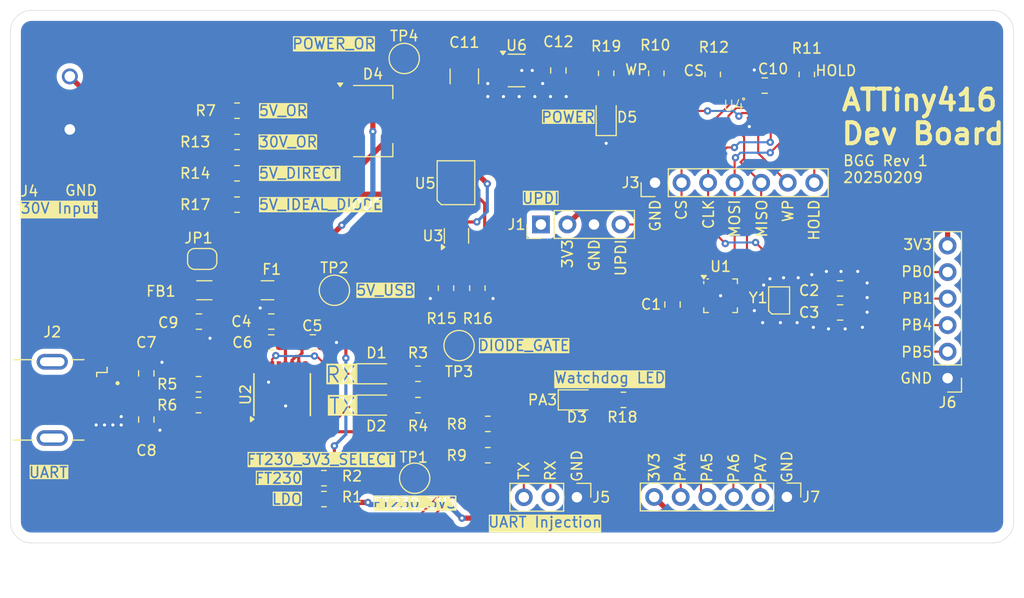
<source format=kicad_pcb>
(kicad_pcb (version 20240108) (generator "pcbnew") (generator_version "8.0")
  (layers (0 "F.Cu" signal) (31 "B.Cu" power) (34 "B.Paste" user) (35 "F.Paste" user) (36 "B.SilkS" user "B.Silkscreen") (37 "F.SilkS" user "F.Silkscreen") (38 "B.Mask" user) (39 "F.Mask" user) (44 "Edge.Cuts" user))
  (net 0 "")
  (net 1 "+3.3V")
  (net 2 "GND")
  (net 3 "/ATTiny416/TOSC2")
  (net 4 "/ATTiny416/TOSC1")
  (net 5 "+5V_USB")
  (net 6 "FT230_3V3OUT")
  (net 7 "/USB to UART Conversion/USB_D-")
  (net 8 "/USB to UART Conversion/USB_D+")
  (net 9 "Net-(J2-VCC)")
  (net 10 "/USB to UART Conversion/RX_LED")
  (net 11 "Net-(D1-A)")
  (net 12 "/USB to UART Conversion/TX_LED")
  (net 13 "Net-(D2-A)")
  (net 14 "Net-(D3-K)")
  (net 15 "Net-(D3-A)")
  (net 16 "Net-(D4-Pad3)")
  (net 17 "Net-(D4-Pad1)")
  (net 19 "Net-(JP1-B)")
  (net 26 "ATTiny416_SPI_MOSI")
  (net 27 "ATTiny416_SPI_CLK")
  (net 28 "Net-(J3-Pin_6)")
  (net 29 "Net-(J3-Pin_7)")
  (net 30 "ATTiny416_SPI_SS")
  (net 31 "ATTiny416_SPI_MISO")
  (net 32 "+30V")
  (net 33 "ATTiny416_UART_RX")
  (net 34 "ATTiny416_UART_TX")
  (net 35 "ATTiny416_PB0")
  (net 36 "ATTiny416_PB1")
  (net 37 "ATTiny416_PB4")
  (net 38 "ATTiny416_PA7")
  (net 39 "ATTiny416_PA4")
  (net 40 "ATTiny416_PA5")
  (net 41 "ATTiny416_PA6")
  (net 42 "FT230_VCCIO_SOURCE")
  (net 43 "/USB to UART Conversion/USB_D_TERM-")
  (net 44 "/USB to UART Conversion/USB_D_TERM+")
  (net 45 "Net-(U2-TXD)")
  (net 46 "Net-(U2-RXD)")
  (net 47 "Net-(U3-REF)")
  (net 48 "Net-(U3-BIAS)")
  (net 56 "/Power/IDEAL_CATHODE")
  (net 57 "/Power/IDEAL_ANODE")
  (net 58 "/ATTiny416/UPDI")
  (net 59 "ATTiny416_PB5")
  (net 60 "Net-(D5-A)")
  (footprint "GMSB0530112C1HR:AMPHENOL_GMSB0530112C1HR" (layer "F.Cu") (at 114.0425 107.2745 -90)
    (property "Reference" "J2")
    (property "Value" "GMSB0530112C1HR")
  )
  (footprint "Connector_PinHeader_2.54mm:PinHeader_1x03_P2.54mm_Vertical" (layer "F.Cu") (at 164.25 116.5995 -90)
    (property "Reference" "J5")
    (property "Value" "UART Pin Header")
  )
  (footprint "Capacitor_SMD:C_0805_2012Metric_Pad1.18x1.45mm_HandSolder" (layer "F.Cu") (at 173.4 98.137 90)
    (property "Reference" "C1")
    (property "Value" "100n")
  )
  (footprint "Package_DFN_QFN:VQFN-20-1EP_3x3mm_P0.4mm_EP1.7x1.7mm" (layer "F.Cu") (at 178 97.2995)
    (property "Reference" "U1")
    (property "Value" "ATtiny416-M")
  )
  (footprint "Capacitor_SMD:C_0805_2012Metric_Pad1.18x1.45mm_HandSolder" (layer "F.Cu") (at 123.0425 104.737 90)
    (property "Reference" "C7")
    (property "Value" "47p")
  )
  (footprint "Capacitor_SMD:C_0805_2012Metric_Pad1.18x1.45mm_HandSolder" (layer "F.Cu") (at 135.005 99.7745 180)
    (property "Reference" "C4")
    (property "Value" "4.7u")
  )
  (footprint "Diode_SMD:D_0805_2012Metric_Pad1.15x1.40mm_HandSolder" (layer "F.Cu") (at 145.0425 104.7745)
    (property "Reference" "D1")
    (property "Value" "ORANGE")
  )
  (footprint "DMP6110SVT:DMP6110SVT" (layer "F.Cu") (at 152.675 86.475)
    (property "Reference" "U5")
    (property "Value" "DMP6110SVT")
  )
  (footprint "Connector_PinHeader_2.54mm:PinHeader_1x07_P2.54mm_Vertical" (layer "F.Cu") (at 171.725 86.4745 90)
    (property "Reference" "J3")
    (property "Value" "SPI Debug")
  )
  (footprint "Resistor_SMD:R_0805_2012Metric_Pad1.20x1.40mm_HandSolder" (layer "F.Cu") (at 131.725 82.5745 180)
    (property "Reference" "R13")
    (property "Value" "0R")
  )
  (footprint "Capacitor_SMD:C_1210_3225Metric_Pad1.33x2.70mm_HandSolder" (layer "F.Cu") (at 153.475 76.287 90)
    (property "Reference" "C11")
    (property "Value" "10u")
  )
  (footprint "Resistor_SMD:R_0805_2012Metric_Pad1.20x1.40mm_HandSolder" (layer "F.Cu") (at 149.0425 104.7745)
    (property "Reference" "R3")
    (property "Value" "500R")
  )
  (footprint "Package_TO_SOT_SMD:SOT-223" (layer "F.Cu") (at 144.725 80.5745)
    (property "Reference" "D4")
    (property "Value" "BAT160C")
  )
  (footprint "Resistor_SMD:R_0805_2012Metric_Pad1.20x1.40mm_HandSolder" (layer "F.Cu") (at 171.85 75.9995 -90)
    (property "Reference" "R10")
    (property "Value" "4.7kR")
  )
  (footprint "Capacitor_SMD:C_0805_2012Metric_Pad1.18x1.45mm_HandSolder" (layer "F.Cu") (at 123.0425 109.162 -90)
    (property "Reference" "C8")
    (property "Value" "47p")
  )
  (footprint "Package_SO:SSOP-16_3.9x4.9mm_P0.635mm" (layer "F.Cu") (at 136.0425 106.7745 90)
    (property "Reference" "U2")
    (property "Value" "FT230XS")
  )
  (footprint "Resistor_SMD:R_0805_2012Metric_Pad1.20x1.40mm_HandSolder" (layer "F.Cu") (at 167.05 75.9995 90)
    (property "Reference" "R19")
    (property "Value" "500R")
  )
  (footprint "Connector_PinHeader_2.54mm:PinHeader_1x04_P2.54mm_Vertical" (layer "F.Cu") (at 160.805 90.4745 90)
    (property "Reference" "J1")
    (property "Value" "UPDI Header")
  )
  (footprint "Capacitor_SMD:C_0805_2012Metric_Pad1.18x1.45mm_HandSolder" (layer "F.Cu") (at 189.4375 98.8995)
    (property "Reference" "C3")
    (property "Value" "8.5p")
  )
  (footprint "Fuse:Fuse_1206_3216Metric" (layer "F.Cu") (at 134.6425 96.7745 180)
    (property "Reference" "F1")
    (property "Value" "1206L025YR")
  )
  (footprint "Resistor_SMD:R_0805_2012Metric_Pad1.20x1.40mm_HandSolder" (layer "F.Cu") (at 177.25 76.0995 -90)
    (property "Reference" "R12")
    (property "Value" "4.7kR")
  )
  (footprint "Resistor_SMD:R_0805_2012Metric_Pad1.20x1.40mm_HandSolder" (layer "F.Cu") (at 131.725 88.5745)
    (property "Reference" "R17")
    (property "Value" "0R")
  )
  (footprint "NX1610SE:NX1610SE" (layer "F.Cu") (at 183.6 97.7495)
    (property "Reference" "Y1")
    (property "Value" "32.768 kHz")
  )
  (footprint "Diode_SMD:D_0805_2012Metric_Pad1.15x1.40mm_HandSolder" (layer "F.Cu") (at 167.05 80.0995 90)
    (property "Reference" "D5")
    (property "Value" "ORANGE")
  )
  (footprint "TestPoint:TestPoint_Pad_D2.5mm" (layer "F.Cu") (at 141.0425 96.7745)
    (property "Reference" "TP2")
    (property "Value" "TestPoint")
  )
  (footprint "Resistor_SMD:R_0805_2012Metric_Pad1.20x1.40mm_HandSolder" (layer "F.Cu") (at 168.7 107.2745)
    (property "Reference" "R18")
    (property "Value" "500R")
  )
  (footprint "Capacitor_SMD:C_0805_2012Metric_Pad1.18x1.45mm_HandSolder" (layer "F.Cu") (at 135.005 101.7745 180)
    (property "Reference" "C6")
    (property "Value" "100n")
  )
  (footprint "Capacitor_SMD:C_0805_2012Metric_Pad1.18x1.45mm_HandSolder" (layer "F.Cu") (at 162.475 75.7245 90)
    (property "Reference" "C12")
    (property "Value" "4.7u")
  )
  (footprint "Resistor_SMD:R_0805_2012Metric_Pad1.20x1.40mm_HandSolder" (layer "F.Cu") (at 131.725 79.5745)
    (property "Reference" "R7")
    (property "Value" "DNP")
  )
  (footprint "Capacitor_SMD:C_0805_2012Metric_Pad1.18x1.45mm_HandSolder" (layer "F.Cu") (at 182.225 77.1745 180)
    (property "Reference" "C10")
    (property "Value" "4.7u")
  )
  (footprint "Resistor_SMD:R_0805_2012Metric_Pad1.20x1.40mm_HandSolder" (layer "F.Cu") (at 155.725 112.5745)
    (property "Reference" "R9")
    (property "Value" "0R")
  )
  (footprint "Resistor_SMD:R_0805_2012Metric_Pad1.20x1.40mm_HandSolder" (layer "F.Cu") (at 186.25 76.0995 -90)
    (property "Reference" "R11")
    (property "Value" "4.7kR")
  )
  (footprint "Resistor_SMD:R_0805_2012Metric_Pad1.20x1.40mm_HandSolder" (layer "F.Cu") (at 155.725 109.5745)
    (property "Reference" "R8")
    (property "Value" "0R")
  )
  (footprint "Resistor_SMD:R_0805_2012Metric_Pad1.20x1.40mm_HandSolder" (layer "F.Cu") (at 128.0425 105.7745)
    (property "Reference" "R5")
    (property "Value" "27R")
  )
  (footprint "Package_TO_SOT_SMD:SOT-23-5" (layer "F.Cu") (at 158.475 75.7245)
    (property "Reference" "U6")
    (property "Value" "TPS7B6933DBVR")
  )
  (footprint "TestPoint:TestPoint_Pad_D2.5mm" (layer "F.Cu") (at 152.975 102.0745)
    (property "Reference" "TP3")
    (property "Value" "TestPoint")
  )
  (footprint "Resistor_SMD:R_0805_2012Metric_Pad1.20x1.40mm_HandSolder" (layer "F.Cu") (at 140.0425 116.7745 180)
    (property "Reference" "R1")
    (property "Value" "0R")
  )
  (footprint "Two_Position_Screw_Terinal:Two_Position_Screw_Terminal" (layer "F.Cu") (at 115.725 81.3745 90)
    (property "Reference" "J4")
    (property "Value" "30V Input")
  )
  (footprint "Jumper:SolderJumper-2_P1.3mm_Open_RoundedPad1.0x1.5mm" (layer "F.Cu") (at 128.3925 93.7745)
    (property "Reference" "JP1")
    (property "Value" "~")
  )
  (footprint "W25X20CLUXIG TR:W25X20CLUXIG TR" (layer "F.Cu") (at 182.1985 79.551)
    (property "Reference" "U4")
    (property "Value" "W25X20CLUXIG_TR")
  )
  (footprint "Connector_PinHeader_2.54mm:PinHeader_1x06_P2.54mm_Vertical" (layer "F.Cu") (at 199.725 105.1945 180)
    (property "Reference" "J6")
    (property "Value" "GPIO2")
  )
  (footprint "Resistor_SMD:R_0805_2012Metric_Pad1.20x1.40mm_HandSolder" (layer "F.Cu") (at 131.725 85.5745)
    (property "Reference" "R14")
    (property "Value" "DNP")
  )
  (footprint "Package_TO_SOT_SMD:SOT-363_SC-70-6_Handsoldering" (layer "F.Cu") (at 152.7255 91.5645 90)
    (property "Reference" "U3")
    (property "Value" "DZDH0401DW-7")
  )
  (footprint "Diode_SMD:D_0805_2012Metric_Pad1.15x1.40mm_HandSolder" (layer "F.Cu") (at 164.325 107.2745)
    (property "Reference" "D3")
    (property "Value" "ORANGE")
  )
  (footprint "TestPoint:TestPoint_Pad_D2.5mm" (layer "F.Cu") (at 148.725 114.7745)
    (property "Reference" "TP1")
    (property "Value" "TestPoint")
  )
  (footprint "Capacitor_SMD:C_0805_2012Metric_Pad1.18x1.45mm_HandSolder" (layer "F.Cu") (at 128.08 99.7745)
    (property "Reference" "C9")
    (property "Value" "10n")
  )
  (footprint "Diode_SMD:D_0805_2012Metric_Pad1.15x1.40mm_HandSolder" (layer "F.Cu") (at 145.0425 107.7745)
    (property "Reference" "D2")
    (property "Value" "ORANGE")
  )
  (footprint "Resistor_SMD:R_0805_2012Metric_Pad1.20x1.40mm_HandSolder" (layer "F.Cu") (at 151.7255 96.5645 -90)
    (property "Reference" "R15")
    (property "Value" "100kR")
  )
  (footprint "TestPoint:TestPoint_Pad_D2.5mm" (layer "F.Cu") (at 147.725 74.5745)
    (property "Reference" "TP4")
    (property "Value" "TestPoint")
  )
  (footprint "Resistor_SMD:R_0805_2012Metric_Pad1.20x1.40mm_HandSolder" (layer "F.Cu") (at 154.7255 96.5645 -90)
    (property "Reference" "R16")
    (property "Value" "100kR")
  )
  (footprint "Connector_PinHeader_2.54mm:PinHeader_1x06_P2.54mm_Vertical" (layer "F.Cu") (at 184.345 116.5745 -90)
    (property "Reference" "J7")
    (property "Value" "GPIO1")
  )
  (footprint "Capacitor_SMD:C_0805_2012Metric_Pad1.18x1.45mm_HandSolder" (layer "F.Cu") (at 138.98 101.7745)
    (property "Reference" "C5")
    (property "Value" "100n")
  )
  (footprint "Capacitor_SMD:C_0805_2012Metric_Pad1.18x1.45mm_HandSolder" (layer "F.Cu") (at 189.4375 96.5995)
    (property "Reference" "C2")
    (property "Value" "8.5p")
  )
  (footprint "Resistor_SMD:R_0805_2012Metric_Pad1.20x1.40mm_HandSolder" (layer "F.Cu") (at 149.0425 107.7745)
    (property "Reference" "R4")
    (property "Value" "500R")
  )
  (footprint "Resistor_SMD:R_0805_2012Metric_Pad1.20x1.40mm_HandSolder" (layer "F.Cu") (at 128.0425 107.7745)
    (property "Reference" "R6")
    (property "Value" "27R")
  )
  (footprint "Resistor_SMD:R_1206_3216Metric_Pad1.30x1.75mm_HandSolder" (layer "F.Cu") (at 128.5925 96.7745 180)
    (property "Reference" "FB1")
    (property "Value" "100R")
  )
  (footprint "Resistor_SMD:R_0805_2012Metric_Pad1.20x1.40mm_HandSolder" (layer "F.Cu") (at 140.0425 114.7745 180)
    (property "Reference" "R2")
    (property "Value" "DNP")
  )
  (gr_arc (start 112.0425 120.9745) (mid 110.628286 120.388714) (end 110.0425 118.9745) (stroke (width 0.05)) (layer "Edge.Cuts"))
  (gr_arc (start 110.0425 71.9745) (mid 110.628286 70.560286) (end 112.0425 69.9745) (stroke (width 0.05)) (layer "Edge.Cuts"))
  (gr_arc (start 204.0425 69.9745) (mid 205.456714 70.560286) (end 206.0425 71.9745) (stroke (width 0.05)) (layer "Edge.Cuts"))
  (gr_arc (start 206.0425 118.9745) (mid 205.456714 120.388714) (end 204.0425 120.9745) (stroke (width 0.05)) (layer "Edge.Cuts"))
  (gr_line (start 204.0425 120.9745) (end 112.0425 120.9745) (stroke (width 0.05)) (layer "Edge.Cuts"))
  (gr_line (start 112.0425 69.9745) (end 204.0425 69.9745) (stroke (width 0.05)) (layer "Edge.Cuts"))
  (gr_line (start 110.0425 118.9745) (end 110.0425 71.9745) (stroke (width 0.05)) (layer "Edge.Cuts"))
  (gr_line (start 206.0425 71.9745) (end 206.0425 118.9745) (stroke (width 0.05)) (layer "Edge.Cuts"))
  (gr_text "TX" (at 159.17 114.0595 90) (layer "F.SilkS") (effects (font (size 1 1))))
  (gr_text "5V_IDEAL_DIODE" (at 133.725 88.5745 0) (layer "F.SilkS" knockout) (effects (font (size 1 1)) (justify left)))
  (gr_text "PB5" (at 198.35 102.6995 0) (layer "F.SilkS") (effects (font (size 1 1)) (justify right)))
  (gr_text "30V_OR" (at 133.725 82.5745 0) (layer "F.SilkS" knockout) (effects (font (size 1 1)) (justify left)))
  (gr_text "PB4" (at 198.35 100.0995 0) (layer "F.SilkS") (effects (font (size 1 1)) (justify right)))
  (gr_text "MOSI" (at 179.35 87.9995 90) (layer "F.SilkS") (effects (font (size 1 1)) (justify right)))
  (gr_text "3V3" (at 171.65 115.1995 90) (layer "F.SilkS") (effects (font (size 1 1)) (justify left)))
  (gr_text "RX" (at 143.1825 105.7345 0) (layer "F.SilkS" knockout) (effects (font (size 1.5 1.5)) (justify right bottom)))
  (gr_text "TX" (at 143.1825 108.7345 0) (layer "F.SilkS" knockout) (effects (font (size 1.5 1.5)) (justify right bottom)))
  (gr_text "UART Injection" (at 166.725 119.5745 0) (layer "F.SilkS" knockout) (effects (font (size 1 1)) (justify right bottom)))
  (gr_text "Watchdog LED" (at 162.025 105.1745 0) (layer "F.SilkS" knockout) (effects (font (size 1 1)) (justify left)))
  (gr_text "UART" (at 111.725 114.225 0) (layer "F.SilkS" knockout) (effects (font (size 1 1)) (justify left)))
  (gr_text "UPDI\n" (at 158.925 87.9745 0) (layer "F.SilkS" knockout) (effects (font (size 1 1)) (justify left)))
  (gr_text "PA4" (at 174.15 115.1995 90) (layer "F.SilkS") (effects (font (size 1 1)) (justify left)))
  (gr_text "ATTiny416 \nDev Board" (at 189.39 82.9495 0) (layer "F.SilkS") (effects (font (size 2 2) (thickness 0.4) (bold yes)) (justify left bottom)))
  (gr_text "5V_DIRECT" (at 133.725 85.5745 0) (layer "F.SilkS" knockout) (effects (font (size 1 1)) (justify left)))
  (gr_text "DIODE_GATE" (at 154.725 102.0745 0) (layer "F.SilkS" knockout) (effects (font (size 1 1)) (justify left)))
  (gr_text "GND" (at 164.25 113.5995 90) (layer "F.SilkS") (effects (font (size 1 1))))
  (gr_text "GND" (at 115.18 87.7995 0) (layer "F.SilkS") (effects (font (size 1 1)) (justify left bottom)))
  (gr_text "3V3" (at 163.35 91.7995 90) (layer "F.SilkS") (effects (font (size 1 1)) (justify right)))
  (gr_text "MISO" (at 181.95 87.9995 90) (layer "F.SilkS") (effects (font (size 1 1)) (justify right)))
  (gr_text "PA6" (at 179.25 115.2995 90) (layer "F.SilkS") (effects (font (size 1 1)) (justify left)))
  (gr_text "GND" (at 198.35 105.1995 0) (layer "F.SilkS") (effects (font (size 1 1)) (justify right)))
  (gr_text "PB1" (at 198.395 97.5445 0) (layer "F.SilkS") (effects (font (size 1 1)) (justify right)))
  (gr_text "WP" (at 184.45 87.9995 90) (layer "F.SilkS") (effects (font (size 1 1)) (justify right)))
  (gr_text "PA5" (at 176.695 115.2445 90) (layer "F.SilkS") (effects (font (size 1 1)) (justify left)))
  (gr_text "POWER" (at 166.05 80.1995 0) (layer "F.SilkS" knockout) (effects (font (size 1 1)) (justify right)))
  (gr_text "RX" (at 161.71 114.0595 90) (layer "F.SilkS") (effects (font (size 1 1))))
  (gr_text "3V3" (at 198.35 92.3995 0) (layer "F.SilkS") (effects (font (size 1 1)) (justify right)))
  (gr_text "PA3" (at 162.465 107.2745 0) (layer "F.SilkS") (effects (font (size 1 1)) (justify right)))
  (gr_text "CS" (at 176.515 76.326564 0) (layer "F.SilkS") (effects (font (size 1 1)) (justify right bottom)))
  (gr_text "30V Input" (at 110.925 88.925 0) (layer "F.SilkS" knockout) (effects (font (size 1 1)) (justify left)))
  (gr_text "BGG Rev 1 \n20250209" (at 189.64 86.5695 0) (layer "F.SilkS") (effects (font (size 1 1)) (justify left bottom)))
  (gr_text "FT230_3V3_SELECT" (at 139.725 113.5745 0) (layer "F.SilkS" knockout) (effects (font (size 1 1)) (justify bottom)))
  (gr_text "FT230_3V3" (at 148.725 116.5745 0) (layer "F.SilkS" knockout) (effects (font (size 1 1)) (justify top)))
  (gr_text "WP" (at 171.115 76.226564 0) (layer "F.SilkS") (effects (font (size 1 1)) (justify right bottom)))
  (gr_text "CS" (at 174.25 87.9995 90) (layer "F.SilkS") (effects (font (size 1 1)) (justify right)))
  (gr_text "HOLD" (at 186.985 76.326564 0) (layer "F.SilkS") (effects (font (size 1 1)) (justify left bottom)))
  (gr_text "FT230" (at 138.0425 115.3745 0) (layer "F.SilkS" knockout) (effects (font (size 1 1)) (justify right bottom)))
  (gr_text "LDO" (at 138.0425 117.3745 0) (layer "F.SilkS" knockout) (effects (font (size 1 1)) (justify right bottom)))
  (gr_text "UPDI" (at 168.45 91.7995 90) (layer "F.SilkS") (effects (font (size 1 1)) (justify right)))
  (gr_text "PA7" (at 181.85 115.2995 90) (layer "F.SilkS") (effects (font (size 1 1)) (justify left)))
  (gr_text "GND" (at 171.75 87.9995 90) (layer "F.SilkS") (effects (font (size 1 1)) (justify right)))
  (gr_text "PB0" (at 198.35 94.9995 0) (layer "F.SilkS") (effects (font (size 1 1)) (justify right)))
  (gr_text "POWER_OR" (at 136.925 73.1745 0) (layer "F.SilkS" knockout) (effects (font (size 1 1)) (justify left)))
  (gr_text "HOLD" (at 186.95 87.9995 90) (layer "F.SilkS") (effects (font (size 1 1)) (justify right)))
  (gr_text "GND" (at 165.915 91.8045 90) (layer "F.SilkS") (effects (font (size 1 1)) (justify right)))
  (gr_text "GND" (at 184.35 115.2995 90) (layer "F.SilkS") (effects (font (size 1 1)) (justify left)))
  (gr_text "5V_USB" (at 143.0425 96.7745 0) (layer "F.SilkS" knockout) (effects (font (size 1 1)) (justify left)))
  (gr_text "5V_OR" (at 133.725 79.5745 0) (layer "F.SilkS" knockout) (effects (font (size 1 1)) (justify left)))
  (gr_text "CLK" (at 176.85 87.9995 90) (layer "F.SilkS") (effects (font (size 1 1)) (justify right)))
  (segment (start 199.725 88.5745) (end 203.25 92.0995) (width 0.5) (layer "F.Cu") (net 1))
  (segment (start 199.725 88.5745) (end 199.725 92.4945) (width 0.5) (layer "F.Cu") (net 1))
  (segment (start 162.475 74.687) (end 183.25 74.687) (width 0.5) (layer "F.Cu") (net 1))
  (segment (start 168.75 113.0995) (end 169.7 112.1495) (width 0.5) (layer "F.Cu") (net 1))
  (segment (start 173.4 99.1745) (end 174.875 97.6995) (width 0.2) (layer "F.Cu") (net 1))
  (segment (start 171.75 108.0495) (end 171.75 100.8245) (width 0.5) (layer "F.Cu") (net 1))
  (segment (start 173.75 118.5995) (end 169.25 118.5995) (width 0.5) (layer "F.Cu") (net 1))
  (segment (start 183.25 74.687) (end 183.25 75.5995) (width 0.5) (layer "F.Cu") (net 1))
  (segment (start 141.3675 117.0995) (end 141.0425 116.7745) (width 0.5) (layer "F.Cu") (net 1))
  (segment (start 169.7 110.0995) (end 171.75 108.0495) (width 0.5) (layer "F.Cu") (net 1))
  (segment (start 163.345 90.4745) (end 164.725 89.0945) (width 0.5) (layer "F.Cu") (net 1))
  (segment (start 203.25 92.0995) (end 203.25 107.0995) (width 0.5) (layer "F.Cu") (net 1))
  (segment (start 188.8375 74.687) (end 199.725 85.5745) (width 0.5) (layer "F.Cu") (net 1))
  (segment (start 173.75 118.5995) (end 173.67 118.5995) (width 0.5) (layer "F.Cu") (net 1))
  (segment (start 173.67 118.5995) (end 171.645 116.5745) (width 0.5) (layer "F.Cu") (net 1))
  (segment (start 171.75 100.8245) (end 173.4 99.1745) (width 0.5) (layer "F.Cu") (net 1))
  (segment (start 144.25 117.0995) (end 141.3675 117.0995) (width 0.5) (layer "F.Cu") (net 1))
  (segment (start 183.2625 75.612) (end 183.2625 77.1745) (width 0.5) (layer "F.Cu") (net 1))
  (segment (start 183.2625 78.565) (end 183.4985 78.801) (width 0.3) (layer "F.Cu") (net 1))
  (segment (start 203.25 107.0995) (end 191.75 118.5995) (width 0.5) (layer "F.Cu") (net 1))
  (segment (start 174.875 97.6995) (end 176.55 97.6995) (width 0.2) (layer "F.Cu") (net 1))
  (segment (start 164.725 89.0945) (end 164.725 76.937) (width 0.5) (layer "F.Cu") (net 1))
  (segment (start 169.25 118.5995) (end 168.75 118.0995) (width 0.5) (layer "F.Cu") (net 1))
  (segment (start 169.7 112.1495) (end 169.7 110.0995) (width 0.5) (layer "F.Cu") (net 1))
  (segment (start 169.7 110.0995) (end 169.7 107.2745) (width 0.5) (layer "F.Cu") (net 1))
  (segment (start 191.75 118.5995) (end 173.75 118.5995) (width 0.5) (layer "F.Cu") (net 1))
  (segment (start 183.25 74.687) (end 188.8375 74.687) (width 0.5) (layer "F.Cu") (net 1))
  (segment (start 168.75 118.0995) (end 168.75 113.0995) (width 0.5) (layer "F.Cu") (net 1))
  (segment (start 183.25 75.5995) (end 183.2625 75.612) (width 0.5) (layer "F.Cu") (net 1))
  (segment (start 164.725 76.937) (end 162.475 74.687) (width 0.5) (layer "F.Cu") (net 1))
  (segment (start 183.2625 77.1745) (end 183.2625 78.565) (width 0.3) (layer "F.Cu") (net 1))
  (segment (start 153.25 118.5995) (end 169.25 118.5995) (width 0.5) (layer "F.Cu") (net 1))
  (segment (start 173.4 99.1745) (end 174.025 99.1745) (width 0.15) (layer "F.Cu") (net 1))
  (segment (start 199.725 85.5745) (end 199.725 88.5745) (width 0.5) (layer "F.Cu") (net 1))
  (via (at 153.25 118.5995) (size 0.7) (drill 0.3) (layers "F.Cu" "B.Cu") (net 1))
  (via (at 144.25 117.0995) (size 0.7) (drill 0.3) (layers "F.Cu" "B.Cu") (net 1))
  (segment (start 153.25 118.5995) (end 151.95 117.2995) (width 0.5) (layer "B.Cu") (net 1))
  (segment (start 151.95 117.2995) (end 144.45 117.2995) (width 0.5) (layer "B.Cu") (net 1))
  (segment (start 144.45 117.2995) (end 144.25 117.0995) (width 0.5) (layer "B.Cu") (net 1))
  (segment (start 181.1875 75.712) (end 181.225 75.6745) (width 0.3) (layer "F.Cu") (net 2))
  (segment (start 123.0425 110.1995) (end 124.3175 110.1995) (width 0.3) (layer "F.Cu") (net 2))
  (segment (start 190.475 98.8995) (end 192 98.8995) (width 0.2) (layer "F.Cu") (net 2))
  (segment (start 191.325 94.9745) (end 191.125 94.9745) (width 0.5) (layer "F.Cu") (net 2))
  (segment (start 136.36 107.8695) (end 136.375 107.8545) (width 0.3) (layer "F.Cu") (net 2))
  (segment (start 156.225 97.5645) (end 154.7255 97.5645) (width 0.3) (layer "F.Cu") (net 2))
  (segment (start 129.1175 99.7745) (end 129.1175 101.3495) (width 0.3) (layer "F.Cu") (net 2))
  (segment (start 181.925 99.8745) (end 182.025 99.8745) (width 0.5) (layer "F.Cu") (net 2))
  (segment (start 181.1875 77.1745) (end 181.1875 75.712) (width 0.3) (layer "F.Cu") (net 2))
  (segment (start 180.75 81.0995) (end 180.8985 80.951) (width 0.2) (layer "F.Cu") (net 2))
  (segment (start 181.23 99.1795) (end 181.925 99.8745) (width 0.5) (layer "F.Cu") (net 2))
  (segment (start 124.3175 110.1995) (end 124.3425 110.1745) (width 0.3) (layer "F.Cu") (net 2))
  (segment (start 140.0175 101.7745) (end 141.2425 101.7745) (width 0.3) (layer "F.Cu") (net 2))
  (segment (start 191.425 100.4745) (end 191.575 100.3245) (width 0.5) (layer "F.Cu") (net 2))
  (segment (start 133.9675 99.7745) (end 133.9675 98.4995) (width 0.5) (layer "F.Cu") (net 2))
  (segment (start 190.475 96.5995) (end 192.025 96.5995) (width 0.2) (layer "F.Cu") (net 2))
  (segment (start 173.6 97.2995) (end 176.55 97.2995) (width 0.2) (layer "F.Cu") (net 2))
  (segment (start 192.025 99.8745) (end 192.025 98.8745) (width 0.5) (layer "F.Cu") (net 2))
  (segment (start 187.425 94.9745) (end 187.025 94.9745) (width 0.5) (layer "F.Cu") (net 2))
  (segment (start 185.325 99.8745) (end 186.425 99.8745) (width 0.5) (layer "F.Cu") (net 2))
  (segment (start 186.875 100.3245) (end 187.025 100.4745) (width 0.5) (layer "F.Cu") (net 2))
  (segment (start 191.575 100.3245) (end 192.025 99.8745) (width 0.5) (layer "F.Cu") (net 2))
  (segment (start 187.025 100.4745) (end 187.925 100.4745) (width 0.5) (layer "F.Cu") (net 2))
  (segment (start 133.9675 101.7745) (end 133.9675 99.7745) (width 0.5) (layer "F.Cu") (net 2))
  (segment (start 123.0425 103.6995) (end 124.5175 103.6995) (width 0.3) (layer "F.Cu") (net 2))
  (segment (start 186.725 95.2745) (end 186.425 95.5745) (width 0.5) (layer "F.Cu") (net 2))
  (segment (start 124.5175 103.6995) (end 124.5425 103.6745) (width 0.3) (layer "F.Cu") (net 2))
  (segment (start 192.025 98.8745) (end 192.025 97.4745) (width 0.5) (layer "F.Cu") (net 2))
  (segment (start 180.8985 80.951) (end 180.8985 80.301) (width 0.2) (layer "F.Cu") (net 2))
  (segment (start 135.725 104.1745) (end 135.725 105.0745) (width 0.3) (layer "F.Cu") (net 2))
  (segment (start 173.4 97.0995) (end 173.6 97.2995) (width 0.2) (layer "F.Cu") (net 2))
  (segment (start 135.725 105.0745) (end 135.225 105.5745) (width 0.3) (layer "F.Cu") (net 2))
  (segment (start 189.925 100.4745) (end 191.425 100.4745) (width 0.5) (layer "F.Cu") (net 2))
  (segment (start 191.625 95.2745) (end 191.325 94.9745) (width 0.5) (layer "F.Cu") (net 2))
  (segment (start 192.025 96.0745) (end 192.025 95.6745) (width 0.5) (layer "F.Cu") (net 2))
  (segment (start 167.05 81.1245) (end 167.05 82.6995) (width 0.3) (layer "F.Cu") (net 2))
  (segment (start 192.025 95.6745) (end 191.625 95.2745) (width 0.5) (layer "F.Cu") (net 2))
  (segment (start 192 98.8995) (end 192.025 98.8745) (width 0.2) (layer "F.Cu") (net 2))
  (segment (start 150.225 97.5645) (end 151.7255 97.5645) (width 0.3) (layer "F.Cu") (net 2))
  (segment (start 182.725 95.6745) (end 182.125 96.2745) (width 0.5) (layer "F.Cu") (net 2))
  (segment (start 185.425 95.5745) (end 184.025 95.5745) (width 0.5) (layer "F.Cu") (net 2))
  (segment (start 176.55 97.2995) (end 178 97.2995) (width 0.2) (layer "F.Cu") (net 2))
  (segment (start 133.9675 98.4995) (end 133.9425 98.4745) (width 0.5) (layer "F.Cu") (net 2))
  (segment (start 181.23 98.7245) (end 181.23 99.1795) (width 0.5) (layer "F.Cu") (net 2))
  (segment (start 188.325 100.4745) (end 189.925 100.4745) (width 0.5) (layer "F.Cu") (net 2))
  (segment (start 188.125 94.9745) (end 187.425 94.9745) (width 0.5) (layer "F.Cu") (net 2))
  (segment (start 192.025 96.5995) (end 192.025 96.0745) (width 0.5) (layer "F.Cu") (net 2))
  (segment (start 191.125 94.9745) (end 189.525 94.9745) (width 0.5) (layer "F.Cu") (net 2))
  (segment (start 184.025 95.5745) (end 182.825 95.5745) (width 0.5) (layer "F.Cu") (net 2))
  (segment (start 182.825 95.5745) (end 182.725 95.6745) (width 0.5) (layer "F.Cu") (net 2))
  (segment (start 189.525 94.9745) (end 188.125 94.9745) (width 0.5) (layer "F.Cu") (net 2))
  (segment (start 186.425 99.8745) (end 186.875 100.3245) (width 0.5) (layer "F.Cu") (net 2))
  (segment (start 129.1175 101.3495) (end 129.1425 101.3745) (width 0.3) (layer "F.Cu") (net 2))
  (segment (start 187.925 100.4745) (end 188.325 100.4745) (width 0.5) (layer "F.Cu") (net 2))
  (segment (start 186.425 95.5745) (end 185.425 95.5745) (width 0.5) (layer "F.Cu") (net 2))
  (segment (start 135.225 105.5745) (end 134.7425 105.5745) (width 0.3) (layer "F.Cu") (net 2))
  (segment (start 187.025 94.9745) (end 186.725 95.2745) (width 0.5) (layer "F.Cu") (net 2))
  (segment (start 192.025 97.4745) (end 192.025 96.5995) (width 0.5) (layer "F.Cu") (net 2))
  (segment (start 136.36 109.3745) (end 136.36 107.8695) (width 0.3) (layer "F.Cu") (net 2))
  (segment (start 183.725 99.8745) (end 185.325 99.8745) (width 0.5) (layer "F.Cu") (net 2))
  (segment (start 182.025 99.8745) (end 183.725 99.8745) (width 0.5) (layer "F.Cu") (net 2))
  (via (at 192.025 97.4745) (size 0.7) (drill 0.3) (layers "F.Cu" "B.Cu") (net 2))
  (via (at 181.225 75.6745) (size 0.7) (drill 0.3) (layers "F.Cu" "B.Cu") (net 2))
  (via (at 119.0425 109.6745) (size 0.7) (drill 0.3) (layers "F.Cu" "B.Cu") (net 2))
  (via (at 129.1425 101.3745) (size 0.7) (drill 0.3) (layers "F.Cu" "B.Cu") (net 2))
  (via (at 191.575 100.3245) (size 0.7) (drill 0.3) (layers "F.Cu" "B.Cu") (net 2))
  (via (at 192.025 98.8745) (size 0.7) (drill 0.3) (layers "F.Cu" "B.Cu") (net 2))
  (via (at 158.725 78.2245) (size 0.7) (drill 0.3) (layers "F.Cu" "B.Cu") (net 2))
  (via (at 183.725 99.8745) (size 0.7) (drill 0.3) (layers "F.Cu" "B.Cu") (net 2))
  (via (at 178 97.2995) (size 0.7) (drill 0.3) (layers "F.Cu" "B.Cu") (net 2))
  (via (at 120.6425 109.6745) (size 0.7) (drill 0.3) (layers "F.Cu" "B.Cu") (net 2))
  (via (at 182.725 95.6745) (size 0.7) (drill 0.3) (layers "F.Cu" "B.Cu") (net 2))
  (via (at 188.325 100.4745) (size 0.7) (drill 0.3) (layers "F.Cu" "B.Cu") (net 2))
  (via (at 124.5425 103.6745) (size 0.7) (drill 0.3) (layers "F.Cu" "B.Cu") (net 2))
  (via (at 124.3425 110.1745) (size 0.7) (drill 0.3) (layers "F.Cu" "B.Cu") (net 2))
  (via (at 161.725 78.2245) (size 0.7) (drill 0.3) (layers "F.Cu" "B.Cu") (net 2))
  (via (at 156.225 97.5645) (size 0.7) (drill 0.3) (layers "F.Cu" "B.Cu") (net 2))
  (via (at 160.225 78.2245) (size 0.7) (drill 0.3) (layers "F.Cu" "B.Cu") (net 2))
  (via (at 191.125 94.9745) (size 0.7) (drill 0.3) (layers "F.Cu" "B.Cu") (net 2))
  (via (at 189.925 100.4745) (size 0.7) (drill 0.3) (layers "F.Cu" "B.Cu") (net 2))
  (via (at 182.025 99.8745) (size 0.7) (drill 0.3) (layers "F.Cu" "B.Cu") (net 2))
  (via (at 186.725 95.2745) (size 0.7) (drill 0.3) (layers "F.Cu" "B.Cu") (net 2))
  (via (at 163.225 78.2245) (size 0.7) (drill 0.3) (layers "F.Cu" "B.Cu") (net 2))
  (via (at 150.225 97.5645) (size 0.7) (drill 0.3) (layers "F.Cu" "B.Cu") (net 2))
  (via (at 157.225 78.2245) (size 0.7) (drill 0.3) (layers "F.Cu" "B.Cu") (net 2))
  (via (at 192.025 96.0745) (size 0.7) (drill 0.3) (layers "F.Cu" "B.Cu") (net 2))
  (via (at 136.375 107.8545) (size 0.7) (drill 0.3) (layers "F.Cu" "B.Cu") (net 2))
  (via (at 155.725 78.2245) (size 0.7) (drill 0.3) (layers "F.Cu" "B.Cu") (net 2))
  (via (at 186.875 100.3245) (size 0.7) (drill 0.3) (layers "F.Cu" "B.Cu") (net 2))
  (via (at 158.975 75.7245) (size 0.7) (drill 0.3) (layers "F.Cu" "B.Cu") (net 2))
  (via (at 167.05 82.6995) (size 0.7) (drill 0.3) (layers "F.Cu" "B.Cu") (net 2))
  (via (at 189.525 94.9745) (size 0.7) (drill 0.3) (layers "F.Cu" "B.Cu") (net 2))
  (via (at 184.025 95.5745) (size 0.7) (drill 0.3) (layers "F.Cu" "B.Cu") (net 2))
  (via (at 141.2425 101.7745) (size 0.7) (drill 0.3) (layers "F.Cu" "B.Cu") (net 2))
  (via (at 155.725 76.9745) (size 0.7) (drill 0.3) (layers "F.Cu" "B.Cu") (net 2))
  (via (at 180.75 81.0995) (size 0.7) (drill 0.3) (layers "F.Cu" "B.Cu") (net 2))
  (via (at 181.23 98.7245) (size 0.7) (drill 0.3) (layers "F.Cu" "B.Cu") (net 2))
  (via (at 185.325 99.8745) (size 0.7) (drill 0.3) (layers "F.Cu" "B.Cu") (net 2))
  (via (at 188.125 94.9745) (size 0.7) (drill 0.3) (layers "F.Cu" "B.Cu") (net 2))
  (via (at 133.9425 98.4745) (size 0.7) (drill 0.3) (layers "F.Cu" "B.Cu") (net 2))
  (via (at 185.425 95.5745) (size 0.7) (drill 0.3) (layers "F.Cu" "B.Cu") (net 2))
  (via (at 134.7425 105.5745) (size 0.7) (drill 0.3) (layers "F.Cu" "B.Cu") (net 2))
  (via (at 159.975 75.7245) (size 0.7) (drill 0.3) (layers "F.Cu" "B.Cu") (net 2))
  (via (at 120.6425 108.8745) (size 0.7) (drill 0.3) (layers "F.Cu" "B.Cu") (net 2))
  (via (at 119.8425 109.6745) (size 0.7) (drill 0.3) (layers "F.Cu" "B.Cu") (net 2))
  (via (at 160.975 76.9745) (size 0.7) (drill 0.3) (layers "F.Cu" "B.Cu") (net 2))
  (via (at 182.125 96.2745) (size 0.7) (drill 0.3) (layers "F.Cu" "B.Cu") (net 2))
  (via (at 118.2425 109.6745) (size 0.7) (drill 0.3) (layers "F.Cu" "B.Cu") (net 2))
  (segment (start 186.7 96.5995) (end 188.4 96.5995) (width 0.15) (layer "F.Cu") (net 3))
  (segment (start 186.3 96.9995) (end 186.7 96.5995) (width 0.15) (layer "F.Cu") (net 3))
  (segment (start 181.5 97.6995) (end 182.2 96.9995) (width 0.15) (layer "F.Cu") (net 3))
  (segment (start 182.2 96.9995) (end 183.6 96.9995) (width 0.15) (layer "F.Cu") (net 3))
  (segment (start 179.45 97.6995) (end 181.5 97.6995) (width 0.15) (layer "F.Cu") (net 3))
  (segment (start 183.6 96.9995) (end 186.3 96.9995) (width 0.15) (layer "F.Cu") (net 3))
  (segment (start 183.6 98.4995) (end 186.3 98.4995) (width 0.15) (layer "F.Cu") (net 4))
  (segment (start 186.7 98.8995) (end 188.4 98.8995) (width 0.15) (layer "F.Cu") (net 4))
  (segment (start 179.45 98.0995) (end 181.5 98.0995) (width 0.15) (layer "F.Cu") (net 4))
  (segment (start 186.3 98.4995) (end 186.7 98.8995) (width 0.15) (layer "F.Cu") (net 4))
  (segment (start 181.9 98.4995) (end 183.6 98.4995) (width 0.15) (layer "F.Cu") (net 4))
  (segment (start 181.5 98.0995) (end 181.9 98.4995) (width 0.15) (layer "F.Cu") (net 4))
  (segment (start 131.725 75.5745) (end 130.725 76.5745) (width 0.5) (layer "F.Cu") (net 5))
  (segment (start 141.041726 75.5745) (end 131.725 75.5745) (width 0.5) (layer "F.Cu") (net 5))
  (segment (start 138.725 92.5745) (end 136.0425 95.257) (width 0.5) (layer "F.Cu") (net 5))
  (segment (start 144.725 79.257774) (end 141.041726 75.5745) (width 0.5) (layer "F.Cu") (net 5))
  (segment (start 130.725 85.5745) (end 130.725 88.5745) (width 0.5) (layer "F.Cu") (net 5))
  (segment (start 136.0425 96.7745) (end 136.0425 101.7745) (width 0.5) (layer "F.Cu") (net 5))
  (segment (start 130.725 76.5745) (end 130.725 79.5745) (width 0.5) (layer "F.Cu") (net 5))
  (segment (start 136.36 102.092) (end 136.0425 101.7745) (width 0.3) (layer "F.Cu") (net 5))
  (segment (start 130.725 88.5745) (end 130.725 91.457) (width 0.5) (layer "F.Cu") (net 5))
  (segment (start 144.725 81.5745) (end 144.725 79.257774) (width 0.5) (layer "F.Cu") (net 5))
  (segment (start 131.78375 92.51575) (end 136.0425 96.7745) (width 0.5) (layer "F.Cu") (net 5))
  (segment (start 136.0425 95.257) (end 136.0425 96.7745) (width 0.5) (layer "F.Cu") (net 5))
  (segment (start 141.74975 90.54975) (end 139.725 92.5745) (width 0.5) (layer "F.Cu") (net 5))
  (segment (start 136.0425 96.7745) (end 141.0425 96.7745) (width 0.5) (layer "F.Cu") (net 5))
  (segment (start 136.36 104.1745) (end 136.36 102.092) (width 0.3) (layer "F.Cu") (net 5))
  (segment (start 139.725 92.5745) (end 138.725 92.5745) (width 0.5) (layer "F.Cu") (net 5))
  (segment (start 130.725 91.457) (end 131.78375 92.51575) (width 0.5) (layer "F.Cu") (net 5))
  (via (at 141.74975 90.54975) (size 0.7) (drill 0.3) (layers "F.Cu" "B.Cu") (net 5))
  (via (at 144.725 81.5745) (size 0.7) (drill 0.3) (layers "F.Cu" "B.Cu") (net 5))
  (segment (start 141.74975 90.54975) (end 144.725 87.5745) (width 0.5) (layer "B.Cu") (net 5))
  (segment (start 144.725 87.5745) (end 144.725 81.5745) (width 0.5) (layer "B.Cu") (net 5))
  (segment (start 141.0425 114.7745) (end 148.725 114.7745) (width 0.3) (layer "F.Cu") (net 6))
  (segment (start 142.1425 101.68455) (end 140.92245 100.4645) (width 0.3) (layer "F.Cu") (net 6))
  (segment (start 142.1425 103.2745) (end 142.1425 101.68455) (width 0.3) (layer "F.Cu") (net 6))
  (segment (start 136.995 103.472) (end 137.35 103.117) (width 0.3) (layer "F.Cu") (net 6))
  (segment (start 141.0425 111.6745) (end 141.0425 114.7745) (width 0.3) (layer "F.Cu") (net 6))
  (segment (start 137.9525 102.7945) (end 137.9425 102.7845) (width 0.3) (layer "F.Cu") (net 6))
  (segment (start 137.35 103.117) (end 137.63 103.117) (width 0.3) (layer "F.Cu") (net 6))
  (segment (start 138.3225 100.4645) (end 137.9425 100.8445) (width 0.3) (layer "F.Cu") (net 6))
  (segment (start 148.525 114.7745) (end 148.725 114.5745) (width 0.3) (layer "F.Cu") (net 6))
  (segment (start 137.63 104.1745) (end 137.63 103.117) (width 0.3) (layer "F.Cu") (net 6))
  (segment (start 140.92245 100.4645) (end 138.3225 100.4645) (width 0.3) (layer "F.Cu") (net 6))
  (segment (start 137.63 103.117) (end 137.9525 102.7945) (width 0.3) (layer "F.Cu") (net 6))
  (segment (start 136.995 104.1745) (end 136.995 103.472) (width 0.3) (layer "F.Cu") (net 6))
  (segment (start 137.9425 102.7845) (end 137.9425 101.7745) (width 0.3) (layer "F.Cu") (net 6))
  (segment (start 137.9425 100.8445) (end 137.9425 101.7745) (width 0.3) (layer "F.Cu") (net 6))
  (via (at 141.0425 111.6745) (size 0.7) (drill 0.3) (layers "F.Cu" "B.Cu") (net 6))
  (via (at 142.1425 103.2745) (size 0.7) (drill 0.3) (layers "F.Cu" "B.Cu") (net 6))
  (segment (start 142.1425 110.5745) (end 141.0425 111.6745) (width 0.3) (layer "B.Cu") (net 6))
  (segment (start 142.1425 103.2745) (end 142.1425 110.5745) (width 0.3) (layer "B.Cu") (net 6))
  (segment (start 122.0425 106.6495) (end 123.0425 106.6495) (width 0.2) (layer "F.Cu") (net 7))
  (segment (start 126.1675 106.6495) (end 127.0425 105.7745) (width 0.2) (layer "F.Cu") (net 7))
  (segment (start 123.0425 106.6495) (end 126.1675 106.6495) (width 0.2) (layer "F.Cu") (net 7))
  (segment (start 120.017501 106.6495) (end 122.0425 106.6495) (width 0.2) (layer "F.Cu") (net 7))
  (segment (start 118.4925 106.4745) (end 119.842501 106.4745) (width 0.2) (layer "F.Cu") (net 7))
  (segment (start 119.842501 106.4745) (end 120.017501 106.6495) (width 0.2) (layer "F.Cu") (net 7))
  (segment (start 123.0425 105.7745) (end 123.0425 106.6495) (width 0.2) (layer "F.Cu") (net 7))
  (segment (start 119.842501 107.2745) (end 120.017501 107.0995) (width 0.2) (layer "F.Cu") (net 8))
  (segment (start 126.7175 107.7745) (end 127.0425 107.7745) (width 0.2) (layer "F.Cu") (net 8))
  (segment (start 123.0425 108.1245) (end 123.0425 107.0995) (width 0.2) (layer "F.Cu") (net 8))
  (segment (start 122.0425 107.0995) (end 123.0425 107.0995) (width 0.2) (layer "F.Cu") (net 8))
  (segment (start 118.4925 107.2745) (end 119.842501 107.2745) (width 0.2) (layer "F.Cu") (net 8))
  (segment (start 123.0425 107.0995) (end 126.0425 107.0995) (width 0.2) (layer "F.Cu") (net 8))
  (segment (start 126.0425 107.0995) (end 126.7175 107.7745) (width 0.2) (layer "F.Cu") (net 8))
  (segment (start 120.017501 107.0995) (end 122.0425 107.0995) (width 0.2) (layer "F.Cu") (net 8))
  (segment (start 120.1425 105.6745) (end 121.0425 104.7745) (width 0.5) (layer "F.Cu") (net 9))
  (segment (start 127.0425 96.7745) (end 127.0425 94.4745) (width 0.5) (layer "F.Cu") (net 9))
  (segment (start 126.0425 96.7745) (end 127.0425 96.7745) (width 0.5) (layer "F.Cu") (net 9))
  (segment (start 121.0425 104.7745) (end 121.0425 101.7745) (width 0.5) (layer "F.Cu") (net 9))
  (segment (start 121.0425 101.7745) (end 126.0425 96.7745) (width 0.5) (layer "F.Cu") (net 9))
  (segment (start 118.4925 105.6745) (end 120.1425 105.6745) (width 0.5) (layer "F.Cu") (net 9))
  (segment (start 127.0425 99.7745) (end 127.0425 96.7745) (width 0.5) (layer "F.Cu") (net 9))
  (segment (start 127.0425 94.4745) (end 127.7425 93.7745) (width 0.5) (layer "F.Cu") (net 9))
  (segment (start 139.3425 103.0745) (end 139.1425 103.0745) (width 0.2) (layer "F.Cu") (net 10))
  (segment (start 135.43546 103.031836) (end 135.09 103.377296) (width 0.2) (layer "F.Cu") (net 10))
  (segment (start 135.09 103.377296) (end 135.09 104.1745) (width 0.2) (layer "F.Cu") (net 10))
  (segment (start 141.8425 104.7745) (end 144.0175 104.7745) (width 0.2) (layer "F.Cu") (net 10))
  (segment (start 140.0425 103.7745) (end 139.3425 103.0745) (width 0.2) (layer "F.Cu") (net 10))
  (segment (start 141.8425 104.7745) (end 141.0425 104.7745) (width 0.2) (layer "F.Cu") (net 10))
  (segment (start 141.0425 104.7745) (end 140.0425 103.7745) (width 0.2) (layer "F.Cu") (net 10))
  (via (at 135.43546 103.031836) (size 0.7) (drill 0.3) (layers "F.Cu" "B.Cu") (net 10))
  (via (at 139.1425 103.0745) (size 0.7) (drill 0.3) (layers "F.Cu" "B.Cu") (net 10))
  (segment (start 135.478124 103.0745) (end 135.43546 103.031836) (width 0.2) (layer "B.Cu") (net 10))
  (segment (start 139.1425 103.0745) (end 135.478124 103.0745) (width 0.2) (layer "B.Cu") (net 10))
  (segment (start 146.0675 104.7745) (end 148.0425 104.7745) (width 0.2) (layer "F.Cu") (net 11))
  (segment (start 144.0175 107.7745) (end 142.6425 107.7745) (width 0.2) (layer "F.Cu") (net 12))
  (segment (start 139.7425 110.6745) (end 138.13 110.6745) (width 0.2) (layer "F.Cu") (net 12))
  (segment (start 142.6425 107.7745) (end 139.7425 110.6745) (width 0.2) (layer "F.Cu") (net 12))
  (segment (start 137.63 110.1745) (end 137.63 109.3745) (width 0.2) (layer "F.Cu") (net 12))
  (segment (start 138.13 110.6745) (end 137.63 110.1745) (width 0.2) (layer "F.Cu") (net 12))
  (segment (start 146.0675 107.7745) (end 148.0425 107.7745) (width 0.2) (layer "F.Cu") (net 13))
  (segment (start 163.3 107.2745) (end 163.3 103.9995) (width 0.2) (layer "F.Cu") (net 14))
  (segment (start 171.525 95.7745) (end 174.625 95.7745) (width 0.2) (layer "F.Cu") (net 14))
  (segment (start 174.625 95.7745) (end 175.75 96.8995) (width 0.2) (layer "F.Cu") (net 14))
  (segment (start 163.3 103.9995) (end 171.525 95.7745) (width 0.2) (layer "F.Cu") (net 14))
  (segment (start 175.75 96.8995) (end 176.55 96.8995) (width 0.2) (layer "F.Cu") (net 14))
  (segment (start 167.85 107.1745) (end 167.8 107.1245) (width 0.3) (layer "F.Cu") (net 15))
  (segment (start 165.35 107.2745) (end 167.7 107.2745) (width 0.2) (layer "F.Cu") (net 15))
  (segment (start 167.8 107.1245) (end 167.65 107.1245) (width 0.3) (layer "F.Cu") (net 15))
  (segment (start 139.725 82.5745) (end 140.025 82.8745) (width 0.5) (layer "F.Cu") (net 16))
  (segment (start 140.025 82.8745) (end 141.575 82.8745) (width 0.5) (layer "F.Cu") (net 16))
  (segment (start 132.725 82.5745) (end 139.725 82.5745) (width 0.5) (layer "F.Cu") (net 16))
  (segment (start 141.575 78.2745) (end 137.025 78.2745) (width 0.5) (layer "F.Cu") (net 17))
  (segment (start 135.725 79.5745) (end 132.725 79.5745) (width 0.5) (layer "F.Cu") (net 17))
  (segment (start 137.025 78.2745) (end 135.725 79.5745) (width 0.5) (layer "F.Cu") (net 17))
  (segment (start 130.0425 94.7745) (end 130.0425 95.7745) (width 0.5) (layer "F.Cu") (net 19))
  (segment (start 133.2425 96.7745) (end 130.1425 96.7745) (width 0.5) (layer "F.Cu") (net 19))
  (segment (start 129.0425 93.7745) (end 130.0425 94.7745) (width 0.5) (layer "F.Cu") (net 19))
  (segment (start 130.0425 95.7745) (end 130.1425 95.8745) (width 0.5) (layer "F.Cu") (net 19))
  (segment (start 130.1425 95.8745) (end 130.1425 96.7745) (width 0.5) (layer "F.Cu") (net 19))
  (segment (start 184.225 82.1245) (end 184.225 80.4745) (width 0.2) (layer "F.Cu") (net 26))
  (segment (start 182.75 83.5995) (end 184.225 82.1245) (width 0.2) (layer "F.Cu") (net 26))
  (segment (start 178.4 95.1995) (end 178.4 93.7995) (width 0.2) (layer "F.Cu") (net 26))
  (segment (start 178.4 93.7995) (end 179.345 92.8545) (width 0.2) (layer "F.Cu") (net 26))
  (segment (start 178.4 95.8495) (end 178.4 95.1995) (width 0.15) (layer "F.Cu") (net 26))
  (segment (start 184.225 80.4745) (end 184.0515 80.301) (width 0.2) (layer "F.Cu") (net 26))
  (segment (start 179.345 92.8545) (end 179.345 86.4745) (width 0.2) (layer "F.Cu") (net 26))
  (segment (start 179.345 86.4745) (end 179.345 84.1545) (width 0.2) (layer "F.Cu") (net 26))
  (segment (start 179.345 84.1545) (end 179.425 84.0745) (width 0.2) (layer "F.Cu") (net 26))
  (segment (start 184.0515 80.301) (end 183.4985 80.301) (width 0.2) (layer "F.Cu") (net 26))
  (via (at 182.75 83.5995) (size 0.7) (drill 0.3) (layers "F.Cu" "B.Cu") (net 26))
  (via (at 179.425 84.0745) (size 0.7) (drill 0.3) (layers "F.Cu" "B.Cu") (net 26))
  (segment (start 179.9 83.5995) (end 179.425 84.0745) (width 0.2) (layer "B.Cu") (net 26))
  (segment (start 182.75 83.5995) (end 179.9 83.5995) (width 0.2) (layer "B.Cu") (net 26))
  (segment (start 181.35 92.1995) (end 181.925 92.7745) (width 0.2) (layer "F.Cu") (net 27))
  (segment (start 182.7985 80.082544) (end 183.080044 79.801) (width 0.2) (layer "F.Cu") (net 27))
  (segment (start 176.805 84.8945) (end 176.805 86.4745) (width 0.2) (layer "F.Cu") (net 27))
  (segment (start 176.805 90.6545) (end 176.805 86.4745) (width 0.2) (layer "F.Cu") (net 27))
  (segment (start 180.325 96.2745) (end 180.1 96.4995) (width 0.2) (layer "F.Cu") (net 27))
  (segment (start 181.925 93.1745) (end 180.325 94.7745) (width 0.2) (layer "F.Cu") (net 27))
  (segment (start 183.080044 79.801) (end 183.4985 79.801) (width 0.2) (layer "F.Cu") (net 27))
  (segment (start 179.325 83.0995) (end 178.6 83.0995) (width 0.2) (layer "F.Cu") (net 27))
  (segment (start 182.7985 82.551) (end 182.7985 80.082544) (width 0.2) (layer "F.Cu") (net 27))
  (segment (start 179.45 96.4995) (end 180.1 96.4995) (width 0.15) (layer "F.Cu") (net 27))
  (segment (start 181.925 92.7745) (end 181.925 93.1745) (width 0.2) (layer "F.Cu") (net 27))
  (segment (start 178.45 92.2995) (end 176.805 90.6545) (width 0.2) (layer "F.Cu") (net 27))
  (segment (start 183.4985 79.801) (end 183.916956 79.801) (width 0.2) (layer "F.Cu") (net 27))
  (segment (start 178.6 83.0995) (end 176.805 84.8945) (width 0.2) (layer "F.Cu") (net 27))
  (segment (start 180.325 94.7745) (end 180.325 96.2745) (width 0.2) (layer "F.Cu") (net 27))
  (segment (start 182.75 82.5995) (end 182.7985 82.551) (width 0.2) (layer "F.Cu") (net 27))
  (via (at 181.35 92.1995) (size 0.7) (drill 0.3) (layers "F.Cu" "B.Cu") (net 27))
  (via (at 179.325 83.0995) (size 0.7) (drill 0.3) (layers "F.Cu" "B.Cu") (net 27))
  (via (at 182.75 82.5995) (size 0.7) (drill 0.3) (layers "F.Cu" "B.Cu") (net 27))
  (via (at 178.45 92.2995) (size 0.7) (drill 0.3) (layers "F.Cu" "B.Cu") (net 27))
  (segment (start 178.55 92.1995) (end 181.35 92.1995) (width 0.2) (layer "B.Cu") (net 27))
  (segment (start 178.45 92.2995) (end 178.55 92.1995) (width 0.2) (layer "B.Cu") (net 27))
  (segment (start 179.325 83.0995) (end 179.825 82.5995) (width 0.2) (layer "B.Cu") (net 27))
  (segment (start 179.825 82.5995) (end 182.75 82.5995) (width 0.2) (layer "B.Cu") (net 27))
  (segment (start 171.85 78.1995) (end 171.85 76.9995) (width 0.2) (layer "F.Cu") (net 28))
  (segment (start 179.75 80.0995) (end 180.0485 79.801) (width 0.2) (layer "F.Cu") (net 28))
  (segment (start 184.425 86.4745) (end 181.5985 83.648) (width 0.2) (layer "F.Cu") (net 28))
  (segment (start 181.5985 80.082544) (end 181.316956 79.801) (width 0.2) (layer "F.Cu") (net 28))
  (segment (start 176.75 79.5995) (end 173.25 79.5995) (width 0.2) (layer "F.Cu") (net 28))
  (segment (start 181.5985 83.648) (end 181.5985 80.082544) (width 0.2) (layer "F.Cu") (net 28))
  (segment (start 181.316956 79.801) (end 180.8985 79.801) (width 0.2) (layer "F.Cu") (net 28))
  (segment (start 180.0485 79.801) (end 180.8985 79.801) (width 0.2) (layer "F.Cu") (net 28))
  (segment (start 173.25 79.5995) (end 171.85 78.1995) (width 0.2) (layer "F.Cu") (net 28))
  (via (at 176.75 79.5995) (size 0.7) (drill 0.3) (layers "F.Cu" "B.Cu") (net 28))
  (via (at 179.75 80.0995) (size 0.7) (drill 0.3) (layers "F.Cu" "B.Cu") (net 28))
  (segment (start 179.25 79.5995) (end 179.75 80.0995) (width 0.2) (layer "B.Cu") (net 28))
  (segment (start 176.75 79.5995) (end 179.25 79.5995) (width 0.2) (layer "B.Cu") (net 28))
  (segment (start 186.25 77.0995) (end 184.0485 79.301) (width 0.2) (layer "F.Cu") (net 29))
  (segment (start 184.0485 79.301) (end 183.4985 79.301) (width 0.2) (layer "F.Cu") (net 29))
  (segment (start 183.982641 79.301) (end 183.4985 79.301) (width 0.2) (layer "F.Cu") (net 29))
  (segment (start 186.965 82.283359) (end 183.982641 79.301) (width 0.2) (layer "F.Cu") (net 29))
  (segment (start 186.965 86.4745) (end 186.965 82.283359) (width 0.2) (layer "F.Cu") (net 29))
  (segment (start 180.225 78.801) (end 180.8985 78.801) (width 0.2) (layer "F.Cu") (net 30))
  (segment (start 177.25 77.0995) (end 178.5235 77.0995) (width 0.2) (layer "F.Cu") (net 30))
  (segment (start 178 95.8495) (end 178 95.2745) (width 0.15) (layer "F.Cu") (net 30))
  (segment (start 179.0485 78.801) (end 180.225 78.801) (width 0.2) (layer "F.Cu") (net 30))
  (segment (start 178 95.0745) (end 178 93.6495) (width 0.2) (layer "F.Cu") (net 30))
  (segment (start 178.5235 77.0995) (end 180.225 78.801) (width 0.2) (layer "F.Cu") (net 30))
  (segment (start 174.265 83.5845) (end 179.0485 78.801) (width 0.2) (layer "F.Cu") (net 30))
  (segment (start 174.265 89.9145) (end 174.265 86.4745) (width 0.2) (layer "F.Cu") (net 30))
  (segment (start 178 93.6495) (end 174.265 89.9145) (width 0.2) (layer "F.Cu") (net 30))
  (segment (start 178 95.2745) (end 178 95.1995) (width 0.15) (layer "F.Cu") (net 30))
  (segment (start 174.265 86.4745) (end 174.265 83.5845) (width 0.2) (layer "F.Cu") (net 30))
  (segment (start 178 95.2745) (end 178 95.0745) (width 0.15) (layer "F.Cu") (net 30))
  (segment (start 178.75 80.5995) (end 178.75 80.081125) (width 0.2) (layer "F.Cu") (net 31))
  (segment (start 179.530125 79.301) (end 180.8985 79.301) (width 0.2) (layer "F.Cu") (net 31))
  (segment (start 178.8 95.8495) (end 178.8 95.1995) (width 0.15) (layer "F.Cu") (net 31))
  (segment (start 178.75 80.081125) (end 179.530125 79.301) (width 0.2) (layer "F.Cu") (net 31))
  (segment (start 180.25 84.168738) (end 180.25 82.0995) (width 0.2) (layer "F.Cu") (net 31))
  (segment (start 180.25 82.0995) (end 178.75 80.5995) (width 0.2) (layer "F.Cu") (net 31))
  (segment (start 178.825 95.1745) (end 178.8 95.1995) (width 0.15) (layer "F.Cu") (net 31))
  (segment (start 178.8 94.6995) (end 178.8 95.8495) (width 0.2) (layer "F.Cu") (net 31))
  (segment (start 180.525 92.9745) (end 178.8 94.6995) (width 0.2) (layer "F.Cu") (net 31))
  (segment (start 181.885 86.4745) (end 181.885 88.7145) (width 0.2) (layer "F.Cu") (net 31))
  (segment (start 181.885 86.4745) (end 179.914619 84.504119) (width 0.2) (layer "F.Cu") (net 31))
  (segment (start 180.525 90.0745) (end 180.525 92.9745) (width 0.2) (layer "F.Cu") (net 31))
  (segment (start 179.914619 84.504119) (end 180.25 84.168738) (width 0.2) (layer "F.Cu") (net 31))
  (segment (start 181.885 88.7145) (end 180.525 90.0745) (width 0.2) (layer "F.Cu") (net 31))
  (segment (start 122.005 82.5745) (end 115.725 76.2945) (width 0.5) (layer "F.Cu") (net 32))
  (segment (start 130.725 82.5745) (end 122.005 82.5745) (width 0.5) (layer "F.Cu") (net 32))
  (segment (start 176.05 96.4995) (end 176.55 96.4995) (width 0.2) (layer "F.Cu") (net 33))
  (segment (start 174.525 94.9745) (end 176.05 96.4995) (width 0.2) (layer "F.Cu") (net 33))
  (segment (start 161.71 113.5595) (end 161.71 116.5995) (width 0.2) (layer "F.Cu") (net 33))
  (segment (start 170.325 94.9745) (end 174.525 94.9745) (width 0.2) (layer "F.Cu") (net 33))
  (segment (start 157.725 109.5745) (end 161.71 113.5595) (width 0.2) (layer "F.Cu") (net 33))
  (segment (start 157.725 109.5745) (end 157.725 107.5745) (width 0.2) (layer "F.Cu") (net 33))
  (segment (start 156.725 109.5745) (end 157.725 109.5745) (width 0.2) (layer "F.Cu") (net 33))
  (segment (start 157.725 107.5745) (end 170.325 94.9745) (width 0.2) (layer "F.Cu") (net 33))
  (segment (start 155.725 107.5745) (end 169.325 93.9745) (width 0.2) (layer "F.Cu") (net 34))
  (segment (start 159.17 114.0195) (end 159.17 116.5995) (width 0.2) (layer "F.Cu") (net 34))
  (segment (start 169.325 93.9745) (end 176.025 93.9745) (width 0.2) (layer "F.Cu") (net 34))
  (segment (start 157.725 112.5745) (end 159.17 114.0195) (width 0.2) (layer "F.Cu") (net 34))
  (segment (start 176.025 93.9745) (end 177.2 95.1495) (width 0.2) (layer "F.Cu") (net 34))
  (segment (start 156.825 112.4745) (end 156.725 112.5745) (width 0.2) (layer "F.Cu") (net 34))
  (segment (start 177.2 95.1495) (end 177.2 95.8495) (width 0.2) (layer "F.Cu") (net 34))
  (segment (start 156.725 112.5745) (end 157.725 112.5745) (width 0.2) (layer "F.Cu") (net 34))
  (segment (start 156.725 112.5745) (end 155.725 111.5745) (width 0.2) (layer "F.Cu") (net 34))
  (segment (start 155.725 111.5745) (end 155.725 107.5745) (width 0.2) (layer "F.Cu") (net 34))
  (segment (start 194.385 95.0345) (end 192.625 93.2745) (width 0.2) (layer "F.Cu") (net 35))
  (segment (start 179.45 96.8995) (end 180.1 96.8995) (width 0.15) (layer "F.Cu") (net 35))
  (segment (start 180.825 95.7745) (end 180.825 96.8745) (width 0.2) (layer "F.Cu") (net 35))
  (segment (start 180.8 96.8995) (end 179.95858 96.8995) (width 0.2) (layer "F.Cu") (net 35))
  (segment (start 180.825 96.8745) (end 180.8 96.8995) (width 0.2) (layer "F.Cu") (net 35))
  (segment (start 199.725 95.0345) (end 194.385 95.0345) (width 0.2) (layer "F.Cu") (net 35))
  (segment (start 192.625 93.2745) (end 183.325 93.2745) (width 0.2) (layer "F.Cu") (net 35))
  (segment (start 183.325 93.2745) (end 180.825 95.7745) (width 0.2) (layer "F.Cu") (net 35))
  (segment (start 195.825 97.5745) (end 195.425 97.5745) (width 0.2) (layer "F.Cu") (net 36))
  (segment (start 181.225 97.1745) (end 181.1 97.2995) (width 0.2) (layer "F.Cu") (net 36))
  (segment (start 181.225 96.255261) (end 181.225 97.1745) (width 0.2) (layer "F.Cu") (net 36))
  (segment (start 192.125 94.2745) (end 183.205761 94.2745) (width 0.2) (layer "F.Cu") (net 36))
  (segment (start 181.1 97.2995) (end 179.45 97.2995) (width 0.2) (layer "F.Cu") (net 36))
  (segment (start 183.205761 94.2745) (end 181.225 96.255261) (width 0.2) (layer "F.Cu") (net 36))
  (segment (start 195.425 97.5745) (end 192.125 94.2745) (width 0.2) (layer "F.Cu") (net 36))
  (segment (start 199.725 97.5745) (end 195.825 97.5745) (width 0.2) (layer "F.Cu") (net 36))
  (segment (start 199.725 100.1145) (end 198.185 100.1145) (width 0.2) (layer "F.Cu") (net 37))
  (segment (start 183.825 102.9745) (end 180.825 99.9745) (width 0.2) (layer "F.Cu") (net 37))
  (segment (start 198.185 100.1145) (end 197.125 101.1745) (width 0.2) (layer "F.Cu") (net 37))
  (segment (start 178.8 98.7495) (end 178.8 99.4495) (width 0.15) (layer "F.Cu") (net 37))
  (segment (start 197.125 101.1745) (end 192.125 101.1745) (width 0.2) (layer "F.Cu") (net 37))
  (segment (start 192.125 101.1745) (end 190.325 102.9745) (width 0.2) (layer "F.Cu") (net 37))
  (segment (start 178.825 99.4745) (end 178.825 99.4495) (width 0.2) (layer "F.Cu") (net 37))
  (segment (start 190.325 102.9745) (end 183.825 102.9745) (width 0.2) (layer "F.Cu") (net 37))
  (segment (start 180.825 99.9745) (end 179.325 99.9745) (width 0.2) (layer "F.Cu") (net 37))
  (segment (start 179.325 99.9745) (end 178.825 99.4745) (width 0.2) (layer "F.Cu") (net 37))
  (segment (start 178.825 99.4745) (end 178.8 99.4495) (width 0.15) (layer "F.Cu") (net 37))
  (segment (start 178 98.7495) (end 178 99.210506) (width 0.15) (layer "F.Cu") (net 38))
  (segment (start 178 99.5745) (end 178 101.8495) (width 0.2) (layer "F.Cu") (net 38))
  (segment (start 178 99.5745) (end 178 98.7495) (width 0.15) (layer "F.Cu") (net 38))
  (segment (start 178 101.8495) (end 181.805 105.6545) (width 0.2) (layer "F.Cu") (net 38))
  (segment (start 181.805 105.6545) (end 181.805 116.5745) (width 0.2) (layer "F.Cu") (net 38))
  (segment (start 174.185 104.5145) (end 174.185 116.5745) (width 0.2) (layer "F.Cu") (net 39))
  (segment (start 174.825 98.9745) (end 174.825 103.8745) (width 0.2) (layer "F.Cu") (net 39))
  (segment (start 175.7 98.0995) (end 174.825 98.9745) (width 0.2) (layer "F.Cu") (net 39))
  (segment (start 174.825 103.8745) (end 174.185 104.5145) (width 0.2) (layer "F.Cu") (net 39))
  (segment (start 176.55 98.0995) (end 175.7 98.0995) (width 0.2) (layer "F.Cu") (net 39))
  (segment (start 177.2 99.5745) (end 177.2 99.6495) (width 0.2) (layer "F.Cu") (net 40))
  (segment (start 176.125 100.7245) (end 176.125 115.9745) (width 0.2) (layer "F.Cu") (net 40))
  (segment (start 177.2 99.6495) (end 176.125 100.7245) (width 0.2) (layer "F.Cu") (net 40))
  (segment (start 177.2 98.7495) (end 177.2 99.5745) (width 0.15) (layer "F.Cu") (net 40))
  (segment (start 176.125 115.9745) (end 176.725 116.5745) (width 0.2) (layer "F.Cu") (net 40))
  (segment (start 177.6 99.4745) (end 177.6 98.7495) (width 0.15) (layer "F.Cu") (net 41))
  (segment (start 177.425 103.2745) (end 179.225 105.0745) (width 0.2) (layer "F.Cu") (net 41))
  (segment (start 177.6 99.4745) (end 177.6 99.815185) (width 0.2) (layer "F.Cu") (net 41))
  (segment (start 177.425 99.990185) (end 177.425 103.2745) (width 0.2) (layer "F.Cu") (net 41))
  (segment (start 177.6 99.815185) (end 177.425 99.990185) (width 0.2) (layer "F.Cu") (net 41))
  (segment (start 179.225 105.0745) (end 179.225 116.5345) (width 0.2) (layer "F.Cu") (net 41))
  (segment (start 179.225 116.5345) (end 179.265 116.5745) (width 0.2) (layer "F.Cu") (net 41))
  (segment (start 150.0425 109.507) (end 150.0425 104.7745) (width 0.3) (layer "F.Cu") (net 42))
  (segment (start 137.03375 113.76575) (end 137.28375 114.01575) (width 0.3) (layer "F.Cu") (net 42))
  (segment (start 139.0425 115.7745) (end 137.03375 113.76575) (width 0.3) (layer "F.Cu") (net 42))
  (segment (start 137.03375 113.76575) (end 135.09 111.822) (width 0.3) (layer "F.Cu") (net 42))
  (segment (start 137.28375 114.01575) (end 140.975 110.3245) (width 0.3) (layer "F.Cu") (net 42))
  (segment (start 139.0425 114.7745) (end 139.0425 115.7745) (width 0.3) (layer "F.Cu") (net 42))
  (segment (start 135.09 111.822) (end 135.09 109.3745) (width 0.3) (layer "F.Cu") (net 42))
  (segment (start 149.225 110.3245) (end 150.0425 109.507) (width 0.3) (layer "F.Cu") (net 42))
  (segment (start 140.975 110.3245) (end 149.225 110.3245) (width 0.3) (layer "F.Cu") (net 42))
  (segment (start 139.0425 115.7745) (end 139.0425 116.7745) (width 0.3) (layer "F.Cu") (net 42))
  (segment (start 138.265 105.327) (end 138.265 104.1745) (width 0.2) (layer "F.Cu") (net 43))
  (segment (start 129.0425 105.7745) (end 130.092501 105.7745) (width 0.2) (layer "F.Cu") (net 43))
  (segment (start 130.092501 105.7745) (end 130.867501 106.5495) (width 0.2) (layer "F.Cu") (net 43))
  (segment (start 130.867501 106.5495) (end 137.0425 106.5495) (width 0.2) (layer "F.Cu") (net 43))
  (segment (start 137.0425 106.5495) (end 138.265 105.327) (width 0.2) (layer "F.Cu") (net 43))
  (segment (start 129.0425 107.7745) (end 130.092501 107.7745) (width 0.2) (layer "F.Cu") (net 44))
  (segment (start 138.265 108.222) (end 138.265 109.3745) (width 0.2) (layer "F.Cu") (net 44))
  (segment (start 130.867501 106.9995) (end 137.0425 106.9995) (width 0.2) (layer "F.Cu") (net 44))
  (segment (start 137.0425 106.9995) (end 138.265 108.222) (width 0.2) (layer "F.Cu") (net 44))
  (segment (start 130.092501 107.7745) (end 130.867501 106.9995) (width 0.2) (layer "F.Cu") (net 44))
  (segment (start 151.825 111.6745) (end 153.925 109.5745) (width 0.2) (layer "F.Cu") (net 45))
  (segment (start 133.5425 108.2745) (end 133.2425 108.2745) (width 0.2) (layer "F.Cu") (net 45))
  (segment (start 133.82 108.552) (end 133.5425 108.2745) (width 0.2) (layer "F.Cu") (net 45))
  (segment (start 133.2425 108.2745) (end 131.1425 110.3745) (width 0.2) (layer "F.Cu") (net 45))
  (segment (start 153.925 109.5745) (end 154.725 109.5745) (width 0.2) (layer "F.Cu") (net 45))
  (segment (start 149.325 118.1745) (end 151.825 115.6745) (width 0.2) (layer "F.Cu") (net 45))
  (segment (start 131.1425 114.192) (end 135.125 118.1745) (width 0.2) (layer "F.Cu") (net 45))
  (segment (start 135.125 118.1745) (end 149.325 118.1745) (width 0.2) (layer "F.Cu") (net 45))
  (segment (start 133.82 109.3745) (end 133.82 108.552) (width 0.2) (layer "F.Cu") (net 45))
  (segment (start 131.1425 110.3745) (end 131.1425 114.192) (width 0.2) (layer "F.Cu") (net 45))
  (segment (start 151.825 115.6745) (end 151.825 111.6745) (width 0.2) (layer "F.Cu") (net 45))
  (segment (start 152.725 114.5745) (end 154.725 112.5745) (width 0.2) (layer "F.Cu") (net 46))
  (segment (start 130.625 110.192) (end 130.625 114.7745) (width 0.2) (layer "F.Cu") (net 46))
  (segment (start 135.725 109.3745) (end 135.725 108.5745) (width 0.2) (layer "F.Cu") (net 46))
  (segment (start 152.725 116.1745) (end 152.725 114.5745) (width 0.2) (layer "F.Cu") (net 46))
  (segment (start 134.925 107.7745) (end 133.0425 107.7745) (width 0.2) (layer "F.Cu") (net 46))
  (segment (start 130.625 114.7745) (end 134.725 118.8745) (width 0.2) (layer "F.Cu") (net 46))
  (segment (start 150.025 118.8745) (end 152.725 116.1745) (width 0.2) (layer "F.Cu") (net 46))
  (segment (start 135.725 108.5745) (end 134.925 107.7745) (width 0.2) (layer "F.Cu") (net 46))
  (segment (start 133.0425 107.7745) (end 130.625 110.192) (width 0.2) (layer "F.Cu") (net 46))
  (segment (start 134.725 118.8745) (end 150.025 118.8745) (width 0.2) (layer "F.Cu") (net 46))
  (segment (start 151.7255 95.1145) (end 151.7255 95.5645) (width 0.3) (layer "F.Cu") (net 47))
  (segment (start 152.7255 94.1145) (end 151.7255 95.1145) (width 0.3) (layer "F.Cu") (net 47))
  (segment (start 152.7255 92.8945) (end 152.7255 94.1145) (width 0.3) (layer "F.Cu") (net 47))
  (segment (start 155.425 88.475) (end 155.425 92.725) (width 0.3) (layer "F.Cu") (net 48))
  (segment (start 153.625 87.5745) (end 154.5245 87.5745) (width 0.3) (layer "F.Cu") (net 48))
  (segment (start 153.3755 92.8945) (end 153.3755 94.2145) (width 0.3) (layer "F.Cu") (net 48))
  (segment (start 155.425 92.725) (end 153.6555 94.4945) (width 0.3) (layer "F.Cu") (net 48))
  (segment (start 152.975 102.0745) (end 152.975 97.315) (width 0.3) (layer "F.Cu") (net 48))
  (segment (start 153.3755 94.2145) (end 153.6555 94.4945) (width 0.3) (layer "F.Cu") (net 48))
  (segment (start 152.975 97.315) (end 154.7255 95.5645) (width 0.3) (layer "F.Cu") (net 48))
  (segment (start 153.6555 94.4945) (end 154.7255 95.5645) (width 0.3) (layer "F.Cu") (net 48))
  (segment (start 154.5245 87.5745) (end 155.425 88.475) (width 0.3) (layer "F.Cu") (net 48))
  (segment (start 147.875 80.5745) (end 151.725 80.5745) (width 1) (layer "F.Cu") (net 56))
  (segment (start 153.3755 90.2345) (end 154.6655 90.2345) (width 0.3) (layer "F.Cu") (net 56))
  (segment (start 154.6655 90.2345) (end 154.675 90.225) (width 0.3) (layer "F.Cu") (net 56))
  (segment (start 147.725 80.4245) (end 147.875 80.5745) (width 0.5) (layer "F.Cu") (net 56))
  (segment (start 153.625 85.3755) (end 154.476 85.3755) (width 0.5) (layer "F.Cu") (net 56))
  (segment (start 132.725 85.5745) (end 142.875 85.5745) (width 0.5) (layer "F.Cu") (net 56))
  (segment (start 154.225 84.7755) (end 153.625 85.3755) (width 0.5) (layer "F.Cu") (net 56))
  (segment (start 151.725 80.5745) (end 154.225 83.0745) (width 1) (layer "F.Cu") (net 56))
  (segment (start 154.476 85.3755) (end 154.675 85.5745) (width 0.5) (layer "F.Cu") (net 56))
  (segment (start 154.225 83.0745) (end 154.225 84.7755) (width 1) (layer "F.Cu") (net 56))
  (segment (start 157.2875 74.7245) (end 157.3375 74.7745) (width 0.5) (layer "F.Cu") (net 56))
  (segment (start 142.875 85.5745) (end 147.875 80.5745) (width 0.5) (layer "F.Cu") (net 56))
  (segment (start 154.476 85.3755) (end 155.675 86.5745) (width 0.5) (layer "F.Cu") (net 56))
  (via (at 154.675 90.225) (size 0.7) (drill 0.3) (layers "F.Cu" "B.Cu") (net 56))
  (via (at 155.675 86.5745) (size 0.7) (drill 0.3) (layers "F.Cu" "B.Cu") (net 56))
  (segment (start 155.675 89.225) (end 154.675 90.225) (width 0.3) (layer "B.Cu") (net 56))
  (segment (start 155.675 86.5745) (end 155.675 89.225) (width 0.3) (layer "B.Cu") (net 56))
  (segment (start 140.725 88.5745) (end 141.725 87.5745) (width 0.5) (layer "F.Cu") (net 57))
  (segment (start 132.725 88.5745) (end 140.725 88.5745) (width 0.5) (layer "F.Cu") (net 57))
  (segment (start 141.725 87.5745) (end 151.725 87.5745) (width 0.5) (layer "F.Cu") (net 57))
  (segment (start 173.090686 90.4745) (end 177.6 94.983814) (width 0.2) (layer "F.Cu") (net 58))
  (segment (start 168.425 90.4745) (end 173.090686 90.4745) (width 0.2) (layer "F.Cu") (net 58))
  (segment (start 177.6 94.983814) (end 177.6 95.1995) (width 0.2) (layer "F.Cu") (net 58))
  (segment (start 177.6 95.8495) (end 177.6 95.1995) (width 0.15) (layer "F.Cu") (net 58))
  (segment (start 178.4 98.7495) (end 178.4 99.4495) (width 0.15) (layer "F.Cu") (net 59))
  (segment (start 178.4 99.4495) (end 178.425 99.4745) (width 0.15) (layer "F.Cu") (net 59))
  (segment (start 183.025 104.5745) (end 178.425 99.9745) (width 0.2) (layer "F.Cu") (net 59))
  (segment (start 192.645 102.6545) (end 190.725 104.5745) (width 0.2) (layer "F.Cu") (net 59))
  (segment (start 178.425 99.9745) (end 178.425 99.4745) (width 0.2) (layer "F.Cu") (net 59))
  (segment (start 190.725 104.5745) (end 183.025 104.5745) (width 0.2) (layer "F.Cu") (net 59))
  (segment (start 199.725 102.6545) (end 192.645 102.6545) (width 0.2) (layer "F.Cu") (net 59))
  (segment (start 167.05 76.9995) (end 167.05 79.0745) (width 0.3) (layer "F.Cu") (net 60))
  (zone (net 1) (net_name "+3.3V") (layer "F.Cu") (priority 5) (connect_pads yes (clearance 0.2)) (min_thickness 0.25) (fill yes (thermal_gap 0.5) (thermal_bridge_width 0.5))
    (polygon (pts (xy 158.95 75.0995) (xy 161.65 75.0995) (xy 161.85 75.3995) (xy 163.25 75.3995) (xy 163.45 75.1995) (xy 163.45 74.0995) (xy 163.25 73.8995) (xy 158.95 73.8995) (xy 158.75 74.0995) (xy 158.75 74.8995)))
  )
  (zone (net 2) (net_name "GND") (layer "F.Cu") (priority 4) (connect_pads yes (clearance 0)) (min_thickness 0.25) (fill yes (thermal_gap 0.5) (thermal_bridge_width 0.5))
    (polygon (pts (xy 117.7425 108.6745) (xy 121.2425 108.6745) (xy 121.4425 108.9745) (xy 121.4425 109.8745) (xy 121.2425 110.0745) (xy 117.8425 110.0745) (xy 117.6425 109.7745)))
  )
  (zone (net 56) (net_name "/Power/IDEAL_CATHODE") (layer "F.Cu") (priority 6) (connect_pads yes (clearance 0.2)) (min_thickness 0.25) (fill yes (thermal_gap 0.5) (thermal_bridge_width 0.5))
    (polygon (pts (xy 158.05 73.8995) (xy 157.85 73.6995) (xy 147.35 73.6995) (xy 146.75 74.2995) (xy 146.75 82.3995) (xy 146.95 82.5995) (xy 148.85 82.5995) (xy 149.05 82.3995) (xy 149.05 77.5995) (xy 152.05 75.3995) (xy 154.85 75.3995) (xy 155.05 75.1995) (xy 157.85 75.1995) (xy 158.05 74.9995)))
  )
  (zone (net 2) (net_name "GND") (layer "F.Cu") (priority 2) (connect_pads yes (clearance 0.2)) (min_thickness 0.25) (fill yes (thermal_gap 0.5) (thermal_bridge_width 0.5))
    (polygon (pts (xy 160.225 75.3245) (xy 158.725 75.3245) (xy 158.225 76.2245) (xy 152.225 76.2245) (xy 151.725 76.7245) (xy 151.725 78.4745) (xy 152.225 78.9745) (xy 163.225 78.9745) (xy 163.725 78.4745) (xy 163.725 76.4745) (xy 163.225 75.9745) (xy 160.475 75.9745)))
  )
  (zone (net 56) (net_name "/Power/IDEAL_CATHODE") (layer "F.Cu") (priority 1) (connect_pads yes (clearance 0.5)) (min_thickness 0.25) (fill yes (thermal_gap 0.5) (thermal_bridge_width 0.5))
    (polygon (pts (xy 153.725 85.8245) (xy 153.725 83.8245) (xy 153.975 83.5745) (xy 154.725 83.5745) (xy 154.975 83.8245) (xy 154.975 85.8245) (xy 154.725 86.0745) (xy 153.975 86.0745)))
  )
  (zone (net 57) (net_name "/Power/IDEAL_ANODE") (layer "F.Cu") (connect_pads yes (clearance 0.5)) (min_thickness 0.25) (fill yes (thermal_gap 0.5) (thermal_bridge_width 0.5))
    (polygon (pts (xy 152.675 84.725) (xy 152.675 88.225) (xy 152.175 89.225) (xy 152.175 90.975) (xy 151.175 90.975) (xy 151.175 84.725)))
  )
  (zone (net 2) (net_name "GND") (layer "B.Cu") (priority 3) (connect_pads yes (clearance 0.5)) (min_thickness 0.25) (fill yes (thermal_gap 0.5) (thermal_bridge_width 0.5))
    (polygon (pts (xy 207.0425 121.9745) (xy 109.0425 122.9745) (xy 109.0425 68.9745) (xy 207.0425 68.9745)))
  )
)
</source>
